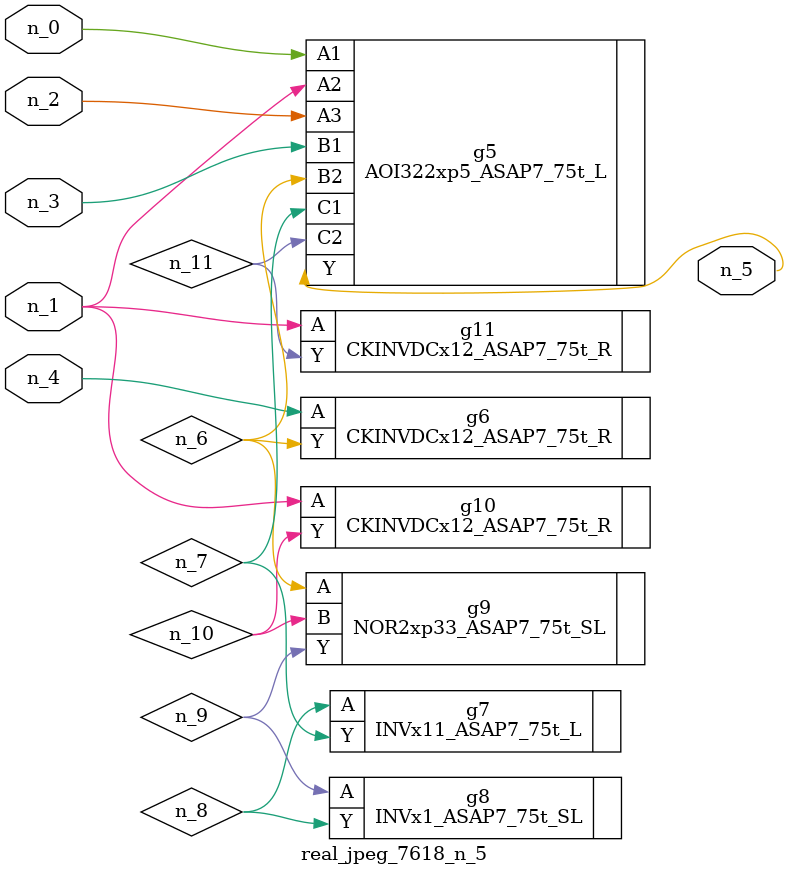
<source format=v>
module real_jpeg_7618_n_5 (n_4, n_0, n_1, n_2, n_3, n_5);

input n_4;
input n_0;
input n_1;
input n_2;
input n_3;

output n_5;

wire n_8;
wire n_11;
wire n_6;
wire n_7;
wire n_10;
wire n_9;

AOI322xp5_ASAP7_75t_L g5 ( 
.A1(n_0),
.A2(n_1),
.A3(n_2),
.B1(n_3),
.B2(n_6),
.C1(n_7),
.C2(n_11),
.Y(n_5)
);

CKINVDCx12_ASAP7_75t_R g10 ( 
.A(n_1),
.Y(n_10)
);

CKINVDCx12_ASAP7_75t_R g11 ( 
.A(n_1),
.Y(n_11)
);

CKINVDCx12_ASAP7_75t_R g6 ( 
.A(n_4),
.Y(n_6)
);

NOR2xp33_ASAP7_75t_SL g9 ( 
.A(n_6),
.B(n_10),
.Y(n_9)
);

INVx11_ASAP7_75t_L g7 ( 
.A(n_8),
.Y(n_7)
);

INVx1_ASAP7_75t_SL g8 ( 
.A(n_9),
.Y(n_8)
);


endmodule
</source>
